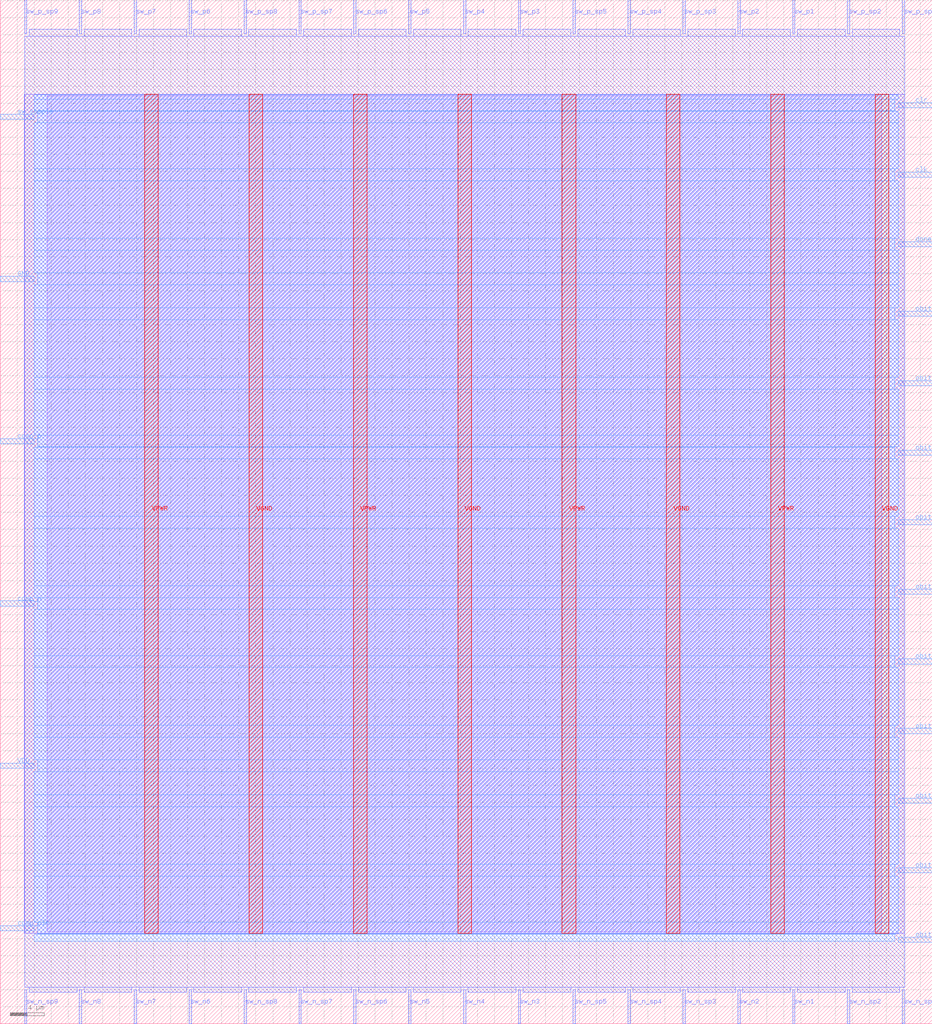
<source format=lef>
VERSION 5.7 ;
  NOWIREEXTENSIONATPIN ON ;
  DIVIDERCHAR "/" ;
  BUSBITCHARS "[]" ;
MACRO digital
  CLASS BLOCK ;
  FOREIGN digital ;
  ORIGIN 0.000 0.000 ;
  SIZE 109.400 BY 120.120 ;
  PIN GND
    DIRECTION INOUT ;
    USE SIGNAL ;
    PORT
      LAYER met3 ;
        RECT 0.000 87.080 4.000 87.680 ;
    END
  END GND
  PIN VDD
    DIRECTION INOUT ;
    USE SIGNAL ;
    ANTENNAGATEAREA 0.196500 ;
    PORT
      LAYER met3 ;
        RECT 0.000 29.960 4.000 30.560 ;
    END
  END VDD
  PIN VGND
    DIRECTION INOUT ;
    USE GROUND ;
    PORT
      LAYER met4 ;
        RECT 29.210 10.640 30.810 109.040 ;
    END
    PORT
      LAYER met4 ;
        RECT 53.705 10.640 55.305 109.040 ;
    END
    PORT
      LAYER met4 ;
        RECT 78.200 10.640 79.800 109.040 ;
    END
    PORT
      LAYER met4 ;
        RECT 102.695 10.640 104.295 109.040 ;
    END
  END VGND
  PIN VPWR
    DIRECTION INOUT ;
    USE POWER ;
    PORT
      LAYER met4 ;
        RECT 16.965 10.640 18.565 109.040 ;
    END
    PORT
      LAYER met4 ;
        RECT 41.460 10.640 43.060 109.040 ;
    END
    PORT
      LAYER met4 ;
        RECT 65.955 10.640 67.555 109.040 ;
    END
    PORT
      LAYER met4 ;
        RECT 90.450 10.640 92.050 109.040 ;
    END
  END VPWR
  PIN clk
    DIRECTION INPUT ;
    USE SIGNAL ;
    ANTENNAGATEAREA 0.196500 ;
    PORT
      LAYER met3 ;
        RECT 105.400 99.320 109.400 99.920 ;
    END
  END clk
  PIN clr
    DIRECTION INPUT ;
    USE SIGNAL ;
    ANTENNAGATEAREA 0.196500 ;
    PORT
      LAYER met3 ;
        RECT 105.400 107.480 109.400 108.080 ;
    END
  END clr
  PIN comp_clk
    DIRECTION OUTPUT ;
    USE SIGNAL ;
    ANTENNADIFFAREA 0.445500 ;
    PORT
      LAYER met3 ;
        RECT 0.000 10.920 4.000 11.520 ;
    END
  END comp_clk
  PIN comp_n
    DIRECTION INPUT ;
    USE SIGNAL ;
    ANTENNAGATEAREA 0.196500 ;
    PORT
      LAYER met3 ;
        RECT 0.000 49.000 4.000 49.600 ;
    END
  END comp_n
  PIN comp_p
    DIRECTION INPUT ;
    USE SIGNAL ;
    ANTENNAGATEAREA 0.196500 ;
    PORT
      LAYER met3 ;
        RECT 0.000 68.040 4.000 68.640 ;
    END
  END comp_p
  PIN done
    DIRECTION OUTPUT ;
    USE SIGNAL ;
    ANTENNADIFFAREA 0.445500 ;
    PORT
      LAYER met3 ;
        RECT 105.400 91.160 109.400 91.760 ;
    END
  END done
  PIN obit1
    DIRECTION OUTPUT ;
    USE SIGNAL ;
    ANTENNADIFFAREA 0.445500 ;
    PORT
      LAYER met3 ;
        RECT 105.400 83.000 109.400 83.600 ;
    END
  END obit1
  PIN obit10
    DIRECTION OUTPUT ;
    USE SIGNAL ;
    ANTENNADIFFAREA 0.445500 ;
    PORT
      LAYER met3 ;
        RECT 105.400 9.560 109.400 10.160 ;
    END
  END obit10
  PIN obit2
    DIRECTION OUTPUT ;
    USE SIGNAL ;
    ANTENNADIFFAREA 0.445500 ;
    PORT
      LAYER met3 ;
        RECT 105.400 74.840 109.400 75.440 ;
    END
  END obit2
  PIN obit3
    DIRECTION OUTPUT ;
    USE SIGNAL ;
    ANTENNADIFFAREA 0.445500 ;
    PORT
      LAYER met3 ;
        RECT 105.400 66.680 109.400 67.280 ;
    END
  END obit3
  PIN obit4
    DIRECTION OUTPUT ;
    USE SIGNAL ;
    ANTENNADIFFAREA 0.445500 ;
    PORT
      LAYER met3 ;
        RECT 105.400 58.520 109.400 59.120 ;
    END
  END obit4
  PIN obit5
    DIRECTION OUTPUT ;
    USE SIGNAL ;
    ANTENNADIFFAREA 0.445500 ;
    PORT
      LAYER met3 ;
        RECT 105.400 50.360 109.400 50.960 ;
    END
  END obit5
  PIN obit6
    DIRECTION OUTPUT ;
    USE SIGNAL ;
    ANTENNADIFFAREA 0.445500 ;
    PORT
      LAYER met3 ;
        RECT 105.400 42.200 109.400 42.800 ;
    END
  END obit6
  PIN obit7
    DIRECTION OUTPUT ;
    USE SIGNAL ;
    ANTENNADIFFAREA 0.445500 ;
    PORT
      LAYER met3 ;
        RECT 105.400 34.040 109.400 34.640 ;
    END
  END obit7
  PIN obit8
    DIRECTION OUTPUT ;
    USE SIGNAL ;
    ANTENNADIFFAREA 0.445500 ;
    PORT
      LAYER met3 ;
        RECT 105.400 25.880 109.400 26.480 ;
    END
  END obit8
  PIN obit9
    DIRECTION OUTPUT ;
    USE SIGNAL ;
    ANTENNADIFFAREA 0.445500 ;
    PORT
      LAYER met3 ;
        RECT 105.400 17.720 109.400 18.320 ;
    END
  END obit9
  PIN sw_n1
    DIRECTION OUTPUT ;
    USE SIGNAL ;
    ANTENNADIFFAREA 0.445500 ;
    PORT
      LAYER met2 ;
        RECT 93.010 0.000 93.290 4.000 ;
    END
  END sw_n1
  PIN sw_n2
    DIRECTION OUTPUT ;
    USE SIGNAL ;
    ANTENNADIFFAREA 0.445500 ;
    PORT
      LAYER met2 ;
        RECT 86.570 0.000 86.850 4.000 ;
    END
  END sw_n2
  PIN sw_n3
    DIRECTION OUTPUT ;
    USE SIGNAL ;
    ANTENNADIFFAREA 0.445500 ;
    PORT
      LAYER met2 ;
        RECT 60.810 0.000 61.090 4.000 ;
    END
  END sw_n3
  PIN sw_n4
    DIRECTION OUTPUT ;
    USE SIGNAL ;
    ANTENNADIFFAREA 0.445500 ;
    PORT
      LAYER met2 ;
        RECT 54.370 0.000 54.650 4.000 ;
    END
  END sw_n4
  PIN sw_n5
    DIRECTION OUTPUT ;
    USE SIGNAL ;
    ANTENNADIFFAREA 0.445500 ;
    PORT
      LAYER met2 ;
        RECT 47.930 0.000 48.210 4.000 ;
    END
  END sw_n5
  PIN sw_n6
    DIRECTION OUTPUT ;
    USE SIGNAL ;
    ANTENNADIFFAREA 0.445500 ;
    PORT
      LAYER met2 ;
        RECT 22.170 0.000 22.450 4.000 ;
    END
  END sw_n6
  PIN sw_n7
    DIRECTION OUTPUT ;
    USE SIGNAL ;
    ANTENNADIFFAREA 0.445500 ;
    PORT
      LAYER met2 ;
        RECT 15.730 0.000 16.010 4.000 ;
    END
  END sw_n7
  PIN sw_n8
    DIRECTION OUTPUT ;
    USE SIGNAL ;
    ANTENNADIFFAREA 0.445500 ;
    PORT
      LAYER met2 ;
        RECT 9.290 0.000 9.570 4.000 ;
    END
  END sw_n8
  PIN sw_n_sp1
    DIRECTION OUTPUT ;
    USE SIGNAL ;
    ANTENNADIFFAREA 0.795200 ;
    PORT
      LAYER met2 ;
        RECT 105.890 0.000 106.170 4.000 ;
    END
  END sw_n_sp1
  PIN sw_n_sp2
    DIRECTION OUTPUT ;
    USE SIGNAL ;
    ANTENNADIFFAREA 0.445500 ;
    PORT
      LAYER met2 ;
        RECT 99.450 0.000 99.730 4.000 ;
    END
  END sw_n_sp2
  PIN sw_n_sp3
    DIRECTION OUTPUT ;
    USE SIGNAL ;
    ANTENNADIFFAREA 0.445500 ;
    PORT
      LAYER met2 ;
        RECT 80.130 0.000 80.410 4.000 ;
    END
  END sw_n_sp3
  PIN sw_n_sp4
    DIRECTION OUTPUT ;
    USE SIGNAL ;
    ANTENNADIFFAREA 0.445500 ;
    PORT
      LAYER met2 ;
        RECT 73.690 0.000 73.970 4.000 ;
    END
  END sw_n_sp4
  PIN sw_n_sp5
    DIRECTION OUTPUT ;
    USE SIGNAL ;
    ANTENNADIFFAREA 0.445500 ;
    PORT
      LAYER met2 ;
        RECT 67.250 0.000 67.530 4.000 ;
    END
  END sw_n_sp5
  PIN sw_n_sp6
    DIRECTION OUTPUT ;
    USE SIGNAL ;
    ANTENNADIFFAREA 0.445500 ;
    PORT
      LAYER met2 ;
        RECT 41.490 0.000 41.770 4.000 ;
    END
  END sw_n_sp6
  PIN sw_n_sp7
    DIRECTION OUTPUT ;
    USE SIGNAL ;
    ANTENNADIFFAREA 0.445500 ;
    PORT
      LAYER met2 ;
        RECT 35.050 0.000 35.330 4.000 ;
    END
  END sw_n_sp7
  PIN sw_n_sp8
    DIRECTION OUTPUT ;
    USE SIGNAL ;
    ANTENNADIFFAREA 0.445500 ;
    PORT
      LAYER met2 ;
        RECT 28.610 0.000 28.890 4.000 ;
    END
  END sw_n_sp8
  PIN sw_n_sp9
    DIRECTION OUTPUT ;
    USE SIGNAL ;
    ANTENNADIFFAREA 0.795200 ;
    PORT
      LAYER met2 ;
        RECT 2.850 0.000 3.130 4.000 ;
    END
  END sw_n_sp9
  PIN sw_p1
    DIRECTION OUTPUT ;
    USE SIGNAL ;
    ANTENNADIFFAREA 0.795200 ;
    PORT
      LAYER met2 ;
        RECT 93.010 116.120 93.290 120.120 ;
    END
  END sw_p1
  PIN sw_p2
    DIRECTION OUTPUT ;
    USE SIGNAL ;
    ANTENNADIFFAREA 0.795200 ;
    PORT
      LAYER met2 ;
        RECT 86.570 116.120 86.850 120.120 ;
    END
  END sw_p2
  PIN sw_p3
    DIRECTION OUTPUT ;
    USE SIGNAL ;
    ANTENNADIFFAREA 0.795200 ;
    PORT
      LAYER met2 ;
        RECT 60.810 116.120 61.090 120.120 ;
    END
  END sw_p3
  PIN sw_p4
    DIRECTION OUTPUT ;
    USE SIGNAL ;
    ANTENNADIFFAREA 0.795200 ;
    PORT
      LAYER met2 ;
        RECT 54.370 116.120 54.650 120.120 ;
    END
  END sw_p4
  PIN sw_p5
    DIRECTION OUTPUT ;
    USE SIGNAL ;
    ANTENNADIFFAREA 0.795200 ;
    PORT
      LAYER met2 ;
        RECT 47.930 116.120 48.210 120.120 ;
    END
  END sw_p5
  PIN sw_p6
    DIRECTION OUTPUT ;
    USE SIGNAL ;
    ANTENNADIFFAREA 0.795200 ;
    PORT
      LAYER met2 ;
        RECT 22.170 116.120 22.450 120.120 ;
    END
  END sw_p6
  PIN sw_p7
    DIRECTION OUTPUT ;
    USE SIGNAL ;
    ANTENNADIFFAREA 0.795200 ;
    PORT
      LAYER met2 ;
        RECT 15.730 116.120 16.010 120.120 ;
    END
  END sw_p7
  PIN sw_p8
    DIRECTION OUTPUT ;
    USE SIGNAL ;
    ANTENNADIFFAREA 0.795200 ;
    PORT
      LAYER met2 ;
        RECT 9.290 116.120 9.570 120.120 ;
    END
  END sw_p8
  PIN sw_p_sp1
    DIRECTION OUTPUT ;
    USE SIGNAL ;
    ANTENNADIFFAREA 0.795200 ;
    PORT
      LAYER met2 ;
        RECT 105.890 116.120 106.170 120.120 ;
    END
  END sw_p_sp1
  PIN sw_p_sp2
    DIRECTION OUTPUT ;
    USE SIGNAL ;
    ANTENNADIFFAREA 0.795200 ;
    PORT
      LAYER met2 ;
        RECT 99.450 116.120 99.730 120.120 ;
    END
  END sw_p_sp2
  PIN sw_p_sp3
    DIRECTION OUTPUT ;
    USE SIGNAL ;
    ANTENNADIFFAREA 0.795200 ;
    PORT
      LAYER met2 ;
        RECT 80.130 116.120 80.410 120.120 ;
    END
  END sw_p_sp3
  PIN sw_p_sp4
    DIRECTION OUTPUT ;
    USE SIGNAL ;
    ANTENNADIFFAREA 0.795200 ;
    PORT
      LAYER met2 ;
        RECT 73.690 116.120 73.970 120.120 ;
    END
  END sw_p_sp4
  PIN sw_p_sp5
    DIRECTION OUTPUT ;
    USE SIGNAL ;
    ANTENNADIFFAREA 0.795200 ;
    PORT
      LAYER met2 ;
        RECT 67.250 116.120 67.530 120.120 ;
    END
  END sw_p_sp5
  PIN sw_p_sp6
    DIRECTION OUTPUT ;
    USE SIGNAL ;
    ANTENNADIFFAREA 0.795200 ;
    PORT
      LAYER met2 ;
        RECT 41.490 116.120 41.770 120.120 ;
    END
  END sw_p_sp6
  PIN sw_p_sp7
    DIRECTION OUTPUT ;
    USE SIGNAL ;
    ANTENNADIFFAREA 0.795200 ;
    PORT
      LAYER met2 ;
        RECT 35.050 116.120 35.330 120.120 ;
    END
  END sw_p_sp7
  PIN sw_p_sp8
    DIRECTION OUTPUT ;
    USE SIGNAL ;
    ANTENNADIFFAREA 0.795200 ;
    PORT
      LAYER met2 ;
        RECT 28.610 116.120 28.890 120.120 ;
    END
  END sw_p_sp8
  PIN sw_p_sp9
    DIRECTION OUTPUT ;
    USE SIGNAL ;
    ANTENNADIFFAREA 0.795200 ;
    PORT
      LAYER met2 ;
        RECT 2.850 116.120 3.130 120.120 ;
    END
  END sw_p_sp9
  PIN sw_sample
    DIRECTION OUTPUT ;
    USE SIGNAL ;
    ANTENNADIFFAREA 0.445500 ;
    PORT
      LAYER met3 ;
        RECT 0.000 106.120 4.000 106.720 ;
    END
  END sw_sample
  OBS
      LAYER li1 ;
        RECT 5.520 10.795 103.500 108.885 ;
      LAYER met1 ;
        RECT 2.830 10.640 106.190 109.040 ;
      LAYER met2 ;
        RECT 3.410 115.840 9.010 116.690 ;
        RECT 9.850 115.840 15.450 116.690 ;
        RECT 16.290 115.840 21.890 116.690 ;
        RECT 22.730 115.840 28.330 116.690 ;
        RECT 29.170 115.840 34.770 116.690 ;
        RECT 35.610 115.840 41.210 116.690 ;
        RECT 42.050 115.840 47.650 116.690 ;
        RECT 48.490 115.840 54.090 116.690 ;
        RECT 54.930 115.840 60.530 116.690 ;
        RECT 61.370 115.840 66.970 116.690 ;
        RECT 67.810 115.840 73.410 116.690 ;
        RECT 74.250 115.840 79.850 116.690 ;
        RECT 80.690 115.840 86.290 116.690 ;
        RECT 87.130 115.840 92.730 116.690 ;
        RECT 93.570 115.840 99.170 116.690 ;
        RECT 100.010 115.840 105.610 116.690 ;
        RECT 2.860 4.280 106.160 115.840 ;
        RECT 3.410 3.670 9.010 4.280 ;
        RECT 9.850 3.670 15.450 4.280 ;
        RECT 16.290 3.670 21.890 4.280 ;
        RECT 22.730 3.670 28.330 4.280 ;
        RECT 29.170 3.670 34.770 4.280 ;
        RECT 35.610 3.670 41.210 4.280 ;
        RECT 42.050 3.670 47.650 4.280 ;
        RECT 48.490 3.670 54.090 4.280 ;
        RECT 54.930 3.670 60.530 4.280 ;
        RECT 61.370 3.670 66.970 4.280 ;
        RECT 67.810 3.670 73.410 4.280 ;
        RECT 74.250 3.670 79.850 4.280 ;
        RECT 80.690 3.670 86.290 4.280 ;
        RECT 87.130 3.670 92.730 4.280 ;
        RECT 93.570 3.670 99.170 4.280 ;
        RECT 100.010 3.670 105.610 4.280 ;
      LAYER met3 ;
        RECT 3.990 108.480 105.400 108.965 ;
        RECT 3.990 107.120 105.000 108.480 ;
        RECT 4.400 107.080 105.000 107.120 ;
        RECT 4.400 105.720 105.400 107.080 ;
        RECT 3.990 100.320 105.400 105.720 ;
        RECT 3.990 98.920 105.000 100.320 ;
        RECT 3.990 92.160 105.400 98.920 ;
        RECT 3.990 90.760 105.000 92.160 ;
        RECT 3.990 88.080 105.400 90.760 ;
        RECT 4.400 86.680 105.400 88.080 ;
        RECT 3.990 84.000 105.400 86.680 ;
        RECT 3.990 82.600 105.000 84.000 ;
        RECT 3.990 75.840 105.400 82.600 ;
        RECT 3.990 74.440 105.000 75.840 ;
        RECT 3.990 69.040 105.400 74.440 ;
        RECT 4.400 67.680 105.400 69.040 ;
        RECT 4.400 67.640 105.000 67.680 ;
        RECT 3.990 66.280 105.000 67.640 ;
        RECT 3.990 59.520 105.400 66.280 ;
        RECT 3.990 58.120 105.000 59.520 ;
        RECT 3.990 51.360 105.400 58.120 ;
        RECT 3.990 50.000 105.000 51.360 ;
        RECT 4.400 49.960 105.000 50.000 ;
        RECT 4.400 48.600 105.400 49.960 ;
        RECT 3.990 43.200 105.400 48.600 ;
        RECT 3.990 41.800 105.000 43.200 ;
        RECT 3.990 35.040 105.400 41.800 ;
        RECT 3.990 33.640 105.000 35.040 ;
        RECT 3.990 30.960 105.400 33.640 ;
        RECT 4.400 29.560 105.400 30.960 ;
        RECT 3.990 26.880 105.400 29.560 ;
        RECT 3.990 25.480 105.000 26.880 ;
        RECT 3.990 18.720 105.400 25.480 ;
        RECT 3.990 17.320 105.000 18.720 ;
        RECT 3.990 11.920 105.400 17.320 ;
        RECT 4.400 10.560 105.400 11.920 ;
        RECT 4.400 10.520 105.000 10.560 ;
        RECT 3.990 9.695 105.000 10.520 ;
  END
END digital
END LIBRARY


</source>
